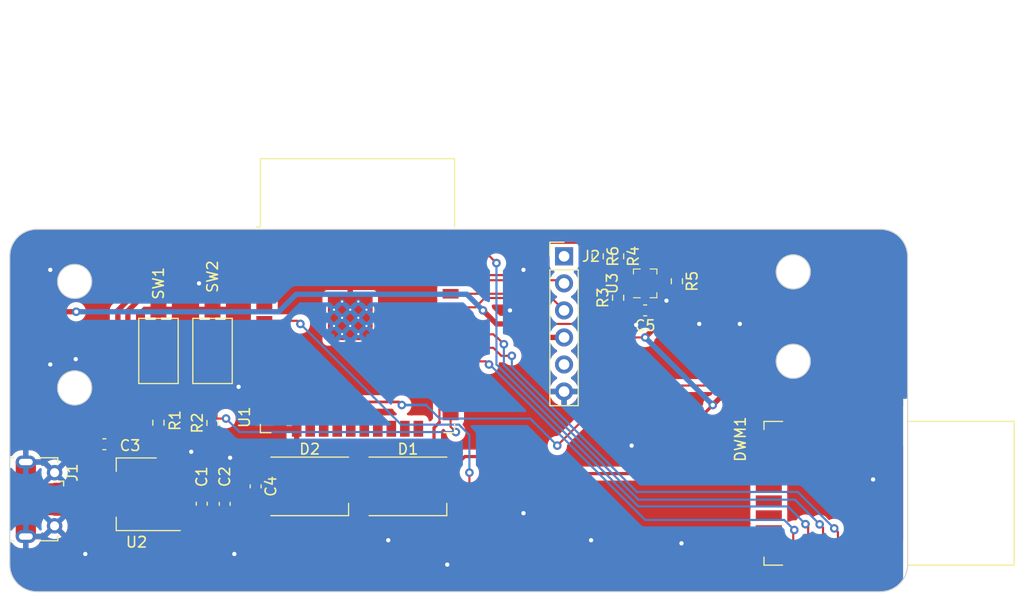
<source format=kicad_pcb>
(kicad_pcb (version 20221018) (generator pcbnew)
  (layers (0 "F.Cu" signal) (31 "B.Cu" signal) (34 "B.Paste" user) (35 "F.Paste" user) (36 "B.SilkS" user "B.Silkscreen") (37 "F.SilkS" user "F.Silkscreen") (38 "B.Mask" user) (39 "F.Mask" user) (44 "Edge.Cuts" user))
  (net 0 "")
  (net 1 "5V")
  (net 2 "Net-(D1-DOUT)")
  (net 3 "DW_RST")
  (net 4 "RST")
  (net 19 "ESP_TX")
  (net 20 "Net-(SW1-B)")
  (net 21 "Net-(SW2-A)")
  (net 22 "ESP_RX")
  (net 23 "CTS")
  (net 24 "Net-(U3-CSB)")
  (net 25 "Net-(U3-SDO)")
  (net 34 "VCC")
  (net 35 "GND")
  (net 36 "SS")
  (net 37 "MOSI")
  (net 38 "MISO")
  (net 39 "CLK")
  (net 40 "DW_IRQ")
  (net 41 "SCL")
  (net 46 "WS_IN")
  (net 49 "SDA")
  (footprint "Resistor_SMD:R_0603_1608Metric" (layer "F.Cu") (at 146.05 66.04 -90)
    (fp_text reference "R4" (at 0 -1.43 90) (layer "F.SilkS"))
    (fp_text value "10K")
    (fp_line (start -0.237258 -0.5225) (end 0.237258 -0.5225) (stroke (width 0.12)) (layer "F.SilkS"))
    (fp_line (start -0.237258 0.5225) (end 0.237258 0.5225) (stroke (width 0.12)) (layer "F.SilkS"))
    (pad "1" smd roundrect (at -0.825 0 270) (size 0.8 0.95) (layers "F.Cu" "F.Paste" "F.Mask") (net 34 "VCC"))
    (pad "2" smd roundrect (at 0.825 0 270) (size 0.8 0.95) (layers "F.Cu" "F.Paste" "F.Mask") (net 41 "SCL"))
  )
  (footprint "Capacitor_SMD:C_0603_1608Metric" (layer "F.Cu") (at 106.934 89.281 -90)
    (fp_text reference "C1" (at -2.54 0 90) (layer "F.SilkS"))
    (fp_text value "C")
    (fp_line (start -0.14058 -0.51) (end 0.14058 -0.51) (stroke (width 0.12)) (layer "F.SilkS"))
    (fp_line (start -0.14058 0.51) (end 0.14058 0.51) (stroke (width 0.12)) (layer "F.SilkS"))
    (pad "1" smd roundrect (at -0.775 0 270) (size 0.9 0.95) (layers "F.Cu" "F.Paste" "F.Mask") (net 34 "VCC"))
    (pad "2" smd roundrect (at 0.775 0 270) (size 0.9 0.95) (layers "F.Cu" "F.Paste" "F.Mask") (net 35 "GND"))
  )
  (footprint "Resistor_SMD:R_0603_1608Metric" (layer "F.Cu") (at 151.570709 68.381752 -90)
    (fp_text reference "R5" (at 0 -1.43 90) (layer "F.SilkS"))
    (fp_text value "10K")
    (fp_line (start -0.237258 -0.5225) (end 0.237258 -0.5225) (stroke (width 0.12)) (layer "F.SilkS"))
    (fp_line (start -0.237258 0.5225) (end 0.237258 0.5225) (stroke (width 0.12)) (layer "F.SilkS"))
    (pad "1" smd roundrect (at -0.825 0 270) (size 0.8 0.95) (layers "F.Cu" "F.Paste" "F.Mask") (net 25 "Net-(U3-SDO)"))
    (pad "2" smd roundrect (at 0.825 0 270) (size 0.8 0.95) (layers "F.Cu" "F.Paste" "F.Mask") (net 35 "GND"))
  )
  (footprint "Package_TO_SOT_SMD:SOT-223-3_TabPin2" (layer "F.Cu") (at 100.813 88.392 180)
    (fp_text reference "U2" (at 0 -4.5) (layer "F.SilkS"))
    (fp_text value "LM317_SOT-223")
    (fp_line (start -4.1 -3.41) (end 1.91 -3.41) (stroke (width 0.12)) (layer "F.SilkS"))
    (fp_line (start -1.85 3.41) (end 1.91 3.41) (stroke (width 0.12)) (layer "F.SilkS"))
    (fp_line (start 1.91 -3.41) (end 1.91 -2.15) (stroke (width 0.12)) (layer "F.SilkS"))
    (fp_line (start 1.91 3.41) (end 1.91 2.15) (stroke (width 0.12)) (layer "F.SilkS"))
    (pad "1" smd rect (at -3.15 -2.3 180) (size 2 1.5) (layers "F.Cu" "F.Paste" "F.Mask") (net 35 "GND"))
    (pad "2" smd rect (at -3.15 0 180) (size 2 1.5) (layers "F.Cu" "F.Paste" "F.Mask") (net 34 "VCC"))
    (pad "2" smd rect (at 3.15 0 180) (size 2 3.8) (layers "F.Cu" "F.Paste" "F.Mask") (net 34 "VCC"))
    (pad "3" smd rect (at -3.15 2.3 180) (size 2 1.5) (layers "F.Cu" "F.Paste" "F.Mask") (net 1 "5V"))
  )
  (footprint "Button_Switch_SMD:SW_SPST_CK_RS282G05A3" (layer "F.Cu") (at 107.95 74.93 90)
    (fp_text reference "SW2" (at 6.985 0 90) (layer "F.SilkS"))
    (fp_text value "SW_Push_Open" hide)
    (fp_line (start -3.06 -1.85) (end 3.06 -1.85) (stroke (width 0.12)) (layer "F.SilkS"))
    (fp_line (start -3.06 1.85) (end -3.06 -1.85) (stroke (width 0.12)) (layer "F.SilkS"))
    (fp_line (start 3.06 -1.85) (end 3.06 1.85) (stroke (width 0.12)) (layer "F.SilkS"))
    (fp_line (start 3.06 1.85) (end -3.06 1.85) (stroke (width 0.12)) (layer "F.SilkS"))
    (pad "1" smd rect (at -3.9 0 90) (size 1.5 1.5) (layers "F.Cu" "F.Paste" "F.Mask") (net 21 "Net-(SW2-A)"))
    (pad "2" smd rect (at 3.9 0 90) (size 1.5 1.5) (layers "F.Cu" "F.Paste" "F.Mask") (net 35 "GND"))
  )
  (footprint "LED_SMD:LED_WS2812B_PLCC4_5.0x5.0mm_P3.2mm" (layer "F.Cu") (at 117.08 87.65)
    (fp_text reference "D2" (at 0 -3.5) (layer "F.SilkS"))
    (fp_text value "WS2812B" hide)
    (fp_line (start -3.65 -2.75) (end 3.65 -2.75) (stroke (width 0.12)) (layer "F.SilkS"))
    (fp_line (start -3.65 2.75) (end 3.65 2.75) (stroke (width 0.12)) (layer "F.SilkS"))
    (fp_line (start 3.65 2.75) (end 3.65 1.6) (stroke (width 0.12)) (layer "F.SilkS"))
    (pad "1" smd rect (at -2.45 -1.65) (size 1.5 0.9) (layers "F.Cu" "F.Paste" "F.Mask") (net 34 "VCC"))
    (pad "2" smd rect (at -2.45 1.65) (size 1.5 0.9) (layers "F.Cu" "F.Paste" "F.Mask"))
    (pad "3" smd rect (at 2.45 1.65) (size 1.5 0.9) (layers "F.Cu" "F.Paste" "F.Mask") (net 35 "GND"))
    (pad "4" smd rect (at 2.45 -1.65) (size 1.5 0.9) (layers "F.Cu" "F.Paste" "F.Mask") (net 2 "Net-(D1-DOUT)"))
  )
  (footprint "Resistor_SMD:R_0603_1608Metric" (layer "F.Cu") (at 144.129646 66.04 -90)
    (fp_text reference "R6" (at 0 -1.43 90) (layer "F.SilkS"))
    (fp_text value "10K")
    (fp_line (start -0.237258 -0.5225) (end 0.237258 -0.5225) (stroke (width 0.12)) (layer "F.SilkS"))
    (fp_line (start -0.237258 0.5225) (end 0.237258 0.5225) (stroke (width 0.12)) (layer "F.SilkS"))
    (pad "1" smd roundrect (at -0.825 0 270) (size 0.8 0.95) (layers "F.Cu" "F.Paste" "F.Mask") (net 34 "VCC"))
    (pad "2" smd roundrect (at 0.825 0 270) (size 0.8 0.95) (layers "F.Cu" "F.Paste" "F.Mask") (net 49 "SDA"))
  )
  (footprint "Connector_USB:USB_Micro-B_Molex-105017-0001" (layer "F.Cu") (at 91.651119 88.86035 -90)
    (fp_text reference "J1" (at -2.50035 -3.1125 90) (layer "F.SilkS"))
    (fp_text value "USB_B_Micro" hide)
    (fp_line (start -3.9 -1.7625) (end -3.45 -1.7625) (stroke (width 0.12)) (layer "F.SilkS"))
    (fp_line (start -3.9 0.0875) (end -3.9 -1.7625) (stroke (width 0.12)) (layer "F.SilkS"))
    (fp_line (start -3.9 2.6375) (end -3.9 2.3875) (stroke (width 0.12)) (layer "F.SilkS"))
    (fp_line (start -1.7 -2.3125) (end -1.7 -1.8625) (stroke (width 0.12)) (layer "F.SilkS"))
    (fp_line (start -1.7 -2.3125) (end -1.25 -2.3125) (stroke (width 0.12)) (layer "F.SilkS"))
    (fp_line (start 3.9 -1.7625) (end 3.45 -1.7625) (stroke (width 0.12)) (layer "F.SilkS"))
    (fp_line (start 3.9 0.0875) (end 3.9 -1.7625) (stroke (width 0.12)) (layer "F.SilkS"))
    (fp_line (start 3.9 2.6375) (end 3.9 2.3875) (stroke (width 0.12)) (layer "F.SilkS"))
    (pad "1" smd rect (at -1.3 -1.4625 270) (size 0.4 1.35) (layers "F.Cu" "F.Paste" "F.Mask") (net 1 "5V"))
    (pad "2" smd rect (at -0.65 -1.4625 270) (size 0.4 1.35) (layers "F.Cu" "F.Paste" "F.Mask"))
    (pad "3" smd rect (at 0 -1.4625 270) (size 0.4 1.35) (layers "F.Cu" "F.Paste" "F.Mask"))
    (pad "4" smd rect (at 0.65 -1.4625 270) (size 0.4 1.35) (layers "F.Cu" "F.Paste" "F.Mask"))
    (pad "5" smd rect (at 1.3 -1.4625 270) (size 0.4 1.35) (layers "F.Cu" "F.Paste" "F.Mask") (net 35 "GND"))
    (pad "6" thru_hole oval (at -3.5 1.2375 90) (size 1.2 1.9) (drill oval 0.6 1.3) (layers "*.Cu" "*.Mask") (net 35 "GND"))
    (pad "6" smd rect (at -2.9 1.2375 270) (size 1.2 1.9) (layers "F.Cu" "F.Mask") (net 35 "GND"))
    (pad "6" thru_hole circle (at -2.5 -1.4625 270) (size 1.45 1.45) (drill 0.85) (layers "*.Cu" "*.Mask") (net 35 "GND"))
    (pad "6" smd rect (at -1 1.2375 270) (size 1.5 1.9) (layers "F.Cu" "F.Paste" "F.Mask") (net 35 "GND"))
    (pad "6" smd rect (at 1 1.2375 270) (size 1.5 1.9) (layers "F.Cu" "F.Paste" "F.Mask") (net 35 "GND"))
    (pad "6" thru_hole circle (at 2.5 -1.4625 270) (size 1.45 1.45) (drill 0.85) (layers "*.Cu" "*.Mask") (net 35 "GND"))
    (pad "6" smd rect (at 2.9 1.2375 270) (size 1.2 1.9) (layers "F.Cu" "F.Mask") (net 35 "GND"))
    (pad "6" thru_hole oval (at 3.5 1.2375 270) (size 1.2 1.9) (drill oval 0.6 1.3) (layers "*.Cu" "*.Mask") (net 35 "GND"))
  )
  (footprint "Package_LGA:Bosch_LGA-8_2x2.5mm_P0.65mm_ClockwisePinNumbering" (layer "F.Cu") (at 148.59 68.58 90)
    (fp_text reference "U3" (at 0 -3.1 90) (layer "F.SilkS"))
    (fp_text value "BMP280")
    (fp_line (start -1.35 -0.46) (end -1.35 -1.1) (stroke (width 0.1)) (layer "F.SilkS"))
    (fp_line (start -1.35 1.1) (end -1.35 0.46) (stroke (width 0.1)) (layer "F.SilkS"))
    (fp_line (start -1.35 1.1) (end -0.87 1.1) (stroke (width 0.1)) (layer "F.SilkS"))
    (fp_line (start 0.87 -1.1) (end 1.35 -1.1) (stroke (width 0.1)) (layer "F.SilkS"))
    (fp_line (start 0.87 1.1) (end 1.35 1.1) (stroke (width 0.1)) (layer "F.SilkS"))
    (fp_line (start 1.35 -0.46) (end 1.35 -1.1) (stroke (width 0.1)) (layer "F.SilkS"))
    (fp_line (start 1.35 1.1) (end 1.35 0.46) (stroke (width 0.1)) (layer "F.SilkS"))
    (pad "1" smd rect (at -0.975 -0.8 180) (size 0.5 0.35) (layers "F.Cu" "F.Paste" "F.Mask") (net 35 "GND"))
    (pad "2" smd rect (at -0.325 -0.8 180) (size 0.5 0.35) (layers "F.Cu" "F.Paste" "F.Mask") (net 24 "Net-(U3-CSB)"))
    (pad "3" smd rect (at 0.325 -0.8 180) (size 0.5 0.35) (layers "F.Cu" "F.Paste" "F.Mask") (net 49 "SDA"))
    (pad "4" smd rect (at 0.975 -0.8 180) (size 0.5 0.35) (layers "F.Cu" "F.Paste" "F.Mask") (net 41 "SCL"))
    (pad "5" smd rect (at 0.975 0.8 180) (size 0.5 0.35) (layers "F.Cu" "F.Paste" "F.Mask") (net 25 "Net-(U3-SDO)"))
    (pad "6" smd rect (at 0.325 0.8 180) (size 0.5 0.35) (layers "F.Cu" "F.Paste" "F.Mask") (net 34 "VCC"))
    (pad "7" smd rect (at -0.325 0.8 180) (size 0.5 0.35) (layers "F.Cu" "F.Paste" "F.Mask") (net 35 "GND"))
    (pad "8" smd rect (at -0.975 0.8 180) (size 0.5 0.35) (layers "F.Cu" "F.Paste" "F.Mask") (net 34 "VCC"))
  )
  (footprint "Resistor_SMD:R_0603_1608Metric" (layer "F.Cu") (at 102.866178 81.672872 90)
    (fp_text reference "R1" (at 0.21394 1.561367 90) (layer "F.SilkS"))
    (fp_text value "10K" hide)
    (fp_line (start -0.237258 -0.5225) (end 0.237258 -0.5225) (stroke (width 0.12)) (layer "F.SilkS"))
    (fp_line (start -0.237258 0.5225) (end 0.237258 0.5225) (stroke (width 0.12)) (layer "F.SilkS"))
    (pad "1" smd roundrect (at -0.825 0 90) (size 0.8 0.95) (layers "F.Cu" "F.Paste" "F.Mask") (net 34 "VCC"))
    (pad "2" smd roundrect (at 0.825 0 90) (size 0.8 0.95) (layers "F.Cu" "F.Paste" "F.Mask") (net 20 "Net-(SW1-B)"))
  )
  (footprint "RF_Module:ESP32-WROOM-32" (layer "F.Cu") (at 121.564435 72.727607)
    (fp_text reference "U1" (at -10.61 8.43 90) (layer "F.SilkS"))
    (fp_text value "ESP32-WROOM-32" hide)
    (fp_line (start -9.12 -15.86) (end -9.12 -9.445) (stroke (width 0.12)) (layer "F.SilkS"))
    (fp_line (start -9.12 -15.86) (end 9.12 -15.86) (stroke (width 0.12)) (layer "F.SilkS"))
    (fp_line (start -9.12 -9.445) (end -9.5 -9.445) (stroke (width 0.12)) (layer "F.SilkS"))
    (fp_line (start -9.12 9.1) (end -9.12 9.88) (stroke (width 0.12)) (layer "F.SilkS"))
    (fp_line (start -9.12 9.88) (end -8.12 9.88) (stroke (width 0.12)) (layer "F.SilkS"))
    (fp_line (start 9.12 -15.86) (end 9.12 -9.445) (stroke (width 0.12)) (layer "F.SilkS"))
    (fp_line (start 9.12 9.1) (end 9.12 9.88) (stroke (width 0.12)) (layer "F.SilkS"))
    (fp_line (start 9.12 9.88) (end 8.12 9.88) (stroke (width 0.12)) (layer "F.SilkS"))
    (pad "1" smd rect (at -8.75 -8.25) (size 1.5 0.9) (layers "F.Cu" "F.Paste" "F.Mask") (net 35 "GND"))
    (pad "2" smd rect (at -8.75 -6.98) (size 1.5 0.9) (layers "F.Cu" "F.Paste" "F.Mask") (net 34 "VCC"))
    (pad "3" smd rect (at -8.75 -5.71) (size 1.5 0.9) (layers "F.Cu" "F.Paste" "F.Mask") (net 20 "Net-(SW1-B)"))
    (pad "4" smd rect (at -8.75 -4.44) (size 1.5 0.9) (layers "F.Cu" "F.Paste" "F.Mask"))
    (pad "5" smd rect (at -8.75 -3.17) (size 1.5 0.9) (layers "F.Cu" "F.Paste" "F.Mask"))
    (pad "6" smd rect (at -8.75 -1.9) (size 1.5 0.9) (layers "F.Cu" "F.Paste" "F.Mask"))
    (pad "7" smd rect (at -8.75 -0.63) (size 1.5 0.9) (layers "F.Cu" "F.Paste" "F.Mask") (net 40 "DW_IRQ"))
    (pad "8" smd rect (at -8.75 0.64) (size 1.5 0.9) (layers "F.Cu" "F.Paste" "F.Mask"))
    (pad "9" smd rect (at -8.75 1.91) (size 1.5 0.9) (layers "F.Cu" "F.Paste" "F.Mask"))
    (pad "10" smd rect (at -8.75 3.18) (size 1.5 0.9) (layers "F.Cu" "F.Paste" "F.Mask"))
    (pad "11" smd rect (at -8.75 4.45) (size 1.5 0.9) (layers "F.Cu" "F.Paste" "F.Mask"))
    (pad "12" smd rect (at -8.75 5.72) (size 1.5 0.9) (layers "F.Cu" "F.Paste" "F.Mask"))
    (pad "13" smd rect (at -8.75 6.99) (size 1.5 0.9) (layers "F.Cu" "F.Paste" "F.Mask") (net 3 "DW_RST"))
    (pad "14" smd rect (at -8.75 8.26) (size 1.5 0.9) (layers "F.Cu" "F.Paste" "F.Mask"))
    (pad "15" smd rect (at -5.71 9.51 90) (size 1.5 0.9) (layers "F.Cu" "F.Paste" "F.Mask") (net 35 "GND"))
    (pad "16" smd rect (at -4.44 9.51 90) (size 1.5 0.9) (layers "F.Cu" "F.Paste" "F.Mask"))
    (pad "17" smd rect (at -3.17 9.51 90) (size 1.5 0.9) (layers "F.Cu" "F.Paste" "F.Mask"))
    (pad "18" smd rect (at -1.9 9.51 90) (size 1.5 0.9) (layers "F.Cu" "F.Paste" "F.Mask"))
    (pad "19" smd rect (at -0.63 9.51 90) (size 1.5 0.9) (layers "F.Cu" "F.Paste" "F.Mask"))
    (pad "20" smd rect (at 0.64 9.51 90) (size 1.5 0.9) (layers "F.Cu" "F.Paste" "F.Mask"))
    (pad "21" smd rect (at 1.91 9.51 90) (size 1.5 0.9) (layers "F.Cu" "F.Paste" "F.Mask"))
    (pad "22" smd rect (at 3.18 9.51 90) (size 1.5 0.9) (layers "F.Cu" "F.Paste" "F.Mask"))
    (pad "23" smd rect (at 4.45 9.51 90) (size 1.5 0.9) (layers "F.Cu" "F.Paste" "F.Mask"))
    (pad "24" smd rect (at 5.72 9.51 90) (size 1.5 0.9) (layers "F.Cu" "F.Paste" "F.Mask"))
    (pad "25" smd rect (at 8.75 8.26) (size 1.5 0.9) (layers "F.Cu" "F.Paste" "F.Mask") (net 21 "Net-(SW2-A)"))
    (pad "26" smd rect (at 8.75 6.99) (size 1.5 0.9) (layers "F.Cu" "F.Paste" "F.Mask"))
    (pad "27" smd rect (at 8.75 5.72) (size 1.5 0.9) (layers "F.Cu" "F.Paste" "F.Mask"))
    (pad "28" smd rect (at 8.75 4.45) (size 1.5 0.9) (layers "F.Cu" "F.Paste" "F.Mask") (net 46 "WS_IN"))
    (pad "29" smd rect (at 8.75 3.18) (size 1.5 0.9) (layers "F.Cu" "F.Paste" "F.Mask") (net 36 "SS"))
    (pad "30" smd rect (at 8.75 1.91) (size 1.5 0.9) (layers "F.Cu" "F.Paste" "F.Mask") (net 39 "CLK"))
    (pad "31" smd rect (at 8.75 0.64) (size 1.5 0.9) (layers "F.Cu" "F.Paste" "F.Mask") (net 38 "MISO"))
    (pad "32" smd rect (at 8.75 -0.63) (size 1.5 0.9) (layers "F.Cu" "F.Paste" "F.Mask"))
    (pad "33" smd rect (at 8.75 -1.9) (size 1.5 0.9) (layers "F.Cu" "F.Paste" "F.Mask") (net 49 "SDA"))
    (pad "34" smd rect (at 8.75 -3.17) (size 1.5 0.9) (layers "F.Cu" "F.Paste" "F.Mask") (net 22 "ESP_RX"))
    (pad "35" smd rect (at 8.75 -4.44) (size 1.5 0.9) (layers "F.Cu" "F.Paste" "F.Mask") (net 19 "ESP_TX"))
    (pad "36" smd rect (at 8.75 -5.71) (size 1.5 0.9) (layers "F.Cu" "F.Paste" "F.Mask") (net 41 "SCL"))
    (pad "37" smd rect (at 8.75 -6.98) (size 1.5 0.9) (layers "F.Cu" "F.Paste" "F.Mask") (net 37 "MOSI"))
    (pad "38" smd rect (at 8.75 -8.25) (size 1.5 0.9) (layers "F.Cu" "F.Paste" "F.Mask") (net 35 "GND"))
    (pad "39" smd rect (at -2.205 -2.435) (size 1.05 1.05) (layers "F.Cu" "F.Paste") (net 35 "GND"))
    (pad "39" thru_hole circle (at -2.205 -1.6725) (size 0.475 0.475) (drill 0.2) (property pad_prop_heatsink) (layers "*.Cu" "F.Mask") (net 35 "GND"))
    (pad "39" smd rect (at -2.205 -0.91) (size 1.05 1.05) (layers "F.Cu" "F.Paste") (net 35 "GND"))
    (pad "39" thru_hole circle (at -2.205 -0.1475) (size 0.475 0.475) (drill 0.2) (property pad_prop_heatsink) (layers "*.Cu" "F.Mask") (net 35 "GND"))
    (pad "39" smd rect (at -2.205 0.615) (size 1.05 1.05) (layers "F.Cu" "F.Paste") (net 35 "GND"))
    (pad "39" thru_hole circle (at -1.4425 -2.435) (size 0.475 0.475) (drill 0.2) (property pad_prop_heatsink) (layers "*.Cu" "F.Mask") (net 35 "GND"))
    (pad "39" thru_hole circle (at -1.4425 -0.91) (size 0.475 0.475) (drill 0.2) (property pad_prop_heatsink) (layers "*.Cu" "F.Mask") (net 35 "GND"))
    (pad "39" thru_hole circle (at -1.4425 0.615) (size 0.475 0.475) (drill 0.2) (property pad_prop_heatsink) (layers "*.Cu" "F.Mask") (net 35 "GND"))
    (pad "39" smd rect (at -0.68 -2.435) (size 1.05 1.05) (layers "F.Cu" "F.Paste") (net 35 "GND"))
    (pad "39" thru_hole circle (at -0.68 -1.6725) (size 0.475 0.475) (drill 0.2) (property pad_prop_heatsink) (layers "*.Cu" "F.Mask") (net 35 "GND"))
    (pad "39" smd rect (at -0.68 -0.91) (size 1.05 1.05) (layers "F.Cu" "F.Paste") (net 35 "GND"))
    (pad "39" smd rect (at -0.68 -0.91) (size 4.2 4.2) (layers "F.Cu" "F.Mask") (net 35 "GND"))
    (pad "39" thru_hole circle (at -0.68 -0.1475) (size 0.475 0.475) (drill 0.2) (property pad_prop_heatsink) (layers "*.Cu" "F.Mask") (net 35 "GND"))
    (pad "39" smd rect (at -0.68 0.615) (size 1.05 1.05) (layers "F.Cu" "F.Paste") (net 35 "GND"))
    (pad "39" thru_hole circle (at 0.0825 -2.435) (size 0.475 0.475) (drill 0.2) (property pad_prop_heatsink) (layers "*.Cu" "F.Mask") (net 35 "GND"))
    (pad "39" thru_hole circle (at 0.0825 -0.91) (size 0.475 0.475) (drill 0.2) (property pad_prop_heatsink) (layers "*.Cu" "F.Mask") (net 35 "GND"))
    (pad "39" thru_hole circle (at 0.0825 0.615) (size 0.475 0.475) (drill 0.2) (property pad_prop_heatsink) (layers "*.Cu" "F.Mask") (net 35 "GND"))
    (pad "39" smd rect (at 0.845 -2.435) (size 1.05 1.05) (layers "F.Cu" "F.Paste") (net 35 "GND"))
    (pad "39" thru_hole circle (at 0.845 -1.6725) (size 0.475 0.475) (drill 0.2) (property pad_prop_heatsink) (layers "*.Cu" "F.Mask") (net 35 "GND"))
    (pad "39" smd rect (at 0.845 -0.91) (size 1.05 1.05) (layers "F.Cu" "F.Paste") (net 35 "GND"))
    (pad "39" thru_hole circle (at 0.845 -0.1475) (size 0.475 0.475) (drill 0.2) (property pad_prop_heatsink) (layers "*.Cu" "F.Mask") (net 35 "GND"))
    (pad "39" smd rect (at 0.845 0.615) (size 1.05 1.05) (layers "F.Cu" "F.Paste") (net 35 "GND"))
    (zone (net 0) (net_name "") (layers "F.Cu" "In1.Cu" "B.Cu") (connect_pads (clearance 0)) (min_thickness 0.254)
      (keepout (tracks not_allowed) (vias not_allowed) (pads not_allowed) (copperpour not_allowed) (footprints not_allowed))
      (fill (thermal_gap 0.508) (thermal_bridge_width 0.508))
      (polygon (pts (xy 97.564435 62.927607) (xy 145.564435 62.927607) (xy 145.564435 41.987607) (xy 97.564435 41.987607)))
    )
  )
  (footprint "Capacitor_SMD:C_0603_1608Metric" (layer "F.Cu") (at 97.79 83.693)
    (fp_text reference "C3" (at 2.413 0.127) (layer "F.SilkS"))
    (fp_text value "C")
    (fp_line (start -0.14058 -0.51) (end 0.14058 -0.51) (stroke (width 0.12)) (layer "F.SilkS"))
    (fp_line (start -0.14058 0.51) (end 0.14058 0.51) (stroke (width 0.12)) (layer "F.SilkS"))
    (pad "1" smd roundrect (at -0.775 0) (size 0.9 0.95) (layers "F.Cu" "F.Paste" "F.Mask") (net 1 "5V"))
    (pad "2" smd roundrect (at 0.775 0) (size 0.9 0.95) (layers "F.Cu" "F.Paste" "F.Mask") (net 35 "GND"))
  )
  (footprint "LED_SMD:LED_WS2812B_PLCC4_5.0x5.0mm_P3.2mm" (layer "F.Cu") (at 126.305 87.65)
    (fp_text reference "D1" (at 0 -3.5) (layer "F.SilkS"))
    (fp_text value "WS2812B" hide)
    (fp_line (start -3.65 -2.75) (end 3.65 -2.75) (stroke (width 0.12)) (layer "F.SilkS"))
    (fp_line (start -3.65 2.75) (end 3.65 2.75) (stroke (width 0.12)) (layer "F.SilkS"))
    (fp_line (start 3.65 2.75) (end 3.65 1.6) (stroke (width 0.12)) (layer "F.SilkS"))
    (pad "1" smd rect (at -2.45 -1.65) (size 1.5 0.9) (layers "F.Cu" "F.Paste" "F.Mask") (net 34 "VCC"))
    (pad "2" smd rect (at -2.45 1.65) (size 1.5 0.9) (layers "F.Cu" "F.Paste" "F.Mask") (net 2 "Net-(D1-DOUT)"))
    (pad "3" smd rect (at 2.45 1.65) (size 1.5 0.9) (layers "F.Cu" "F.Paste" "F.Mask") (net 35 "GND"))
    (pad "4" smd rect (at 2.45 -1.65) (size 1.5 0.9) (layers "F.Cu" "F.Paste" "F.Mask") (net 46 "WS_IN"))
  )
  (footprint "Capacitor_SMD:C_0603_1608Metric" (layer "F.Cu") (at 148.59 71.12 180)
    (fp_text reference "C5" (at 0 -1.43) (layer "F.SilkS"))
    (fp_text value "C")
    (fp_line (start -0.14058 -0.51) (end 0.14058 -0.51) (stroke (width 0.12)) (layer "F.SilkS"))
    (fp_line (start -0.14058 0.51) (end 0.14058 0.51) (stroke (width 0.12)) (layer "F.SilkS"))
    (pad "1" smd roundrect (at -0.775 0 180) (size 0.9 0.95) (layers "F.Cu" "F.Paste" "F.Mask") (net 34 "VCC"))
    (pad "2" smd roundrect (at 0.775 0 180) (size 0.9 0.95) (layers "F.Cu" "F.Paste" "F.Mask") (net 35 "GND"))
  )
  (footprint "RF_Module:DWM1000" (layer "F.Cu") (at 171.5 88.3 -90)
    (fp_text reference "DWM1" (at -5.08 13.97 90) (layer "F.SilkS"))
    (fp_text value "DWM1000" hide)
    (fp_line (start -6.75 -11.75) (end -6.75 -1.75) (stroke (width 0.12)) (layer "F.SilkS"))
    (fp_line (start -6.75 -11.75) (end 6.75 -11.75) (stroke (width 0.12)) (layer "F.SilkS"))
    (fp_line (start -6.75 11.75) (end -6.75 10) (stroke (width 0.12)) (layer "F.SilkS"))
    (fp_line (start -6 11.75) (end -6.75 11.75) (stroke (width 0.12)) (layer "F.SilkS"))
    (fp_line (start 6 11.75) (end 6.75 11.75) (stroke (width 0.12)) (layer "F.SilkS"))
    (fp_line (start 6.75 -11.75) (end 6.75 -1.75) (stroke (width 0.12)) (layer "F.SilkS"))
    (fp_line (start 6.75 11.75) (end 6.75 10) (stroke (width 0.12)) (layer "F.SilkS"))
    (pad "1" smd rect (at -6.3 -0.7988) (size 1 2.45) (layers "F.Cu" "F.Paste" "F.Mask"))
    (pad "2" smd rect (at -6.3 0.6012) (size 1 2.45) (layers "F.Cu" "F.Paste" "F.Mask"))
    (pad "3" smd rect (at -6.3 2.0012) (size 1 2.45) (layers "F.Cu" "F.Paste" "F.Mask") (net 3 "DW_RST"))
    (pad "4" smd rect (at -6.3 3.4012) (size 1 2.45) (layers "F.Cu" "F.Paste" "F.Mask"))
    (pad "5" smd rect (at -6.3 4.8012) (size 1 2.45) (layers "F.Cu" "F.Paste" "F.Mask") (net 34 "VCC"))
    (pad "6" smd rect (at -6.3 6.2012) (size 1 2.45) (layers "F.Cu" "F.Paste" "F.Mask") (net 34 "VCC"))
    (pad "7" smd rect (at -6.3 7.6012) (size 1 2.45) (layers "F.Cu" "F.Paste" "F.Mask") (net 34 "VCC"))
    (pad "8" smd rect (at -6.3 9.0012) (size 1 2.45) (layers "F.Cu" "F.Paste" "F.Mask") (net 35 "GND"))
    (pad "9" smd rect (at -4.9 11.2962 270) (size 1 2.45) (layers "F.Cu" "F.Paste" "F.Mask"))
    (pad "10" smd rect (at -3.5 11.2962 270) (size 1 2.45) (layers "F.Cu" "F.Paste" "F.Mask"))
    (pad "11" smd rect (at -2.1 11.2962 270) (size 1 2.45) (layers "F.Cu" "F.Paste" "F.Mask"))
    (pad "12" smd rect (at -0.7 11.2962 270) (size 1 2.45) (layers "F.Cu" "F.Paste" "F.Mask"))
    (pad "13" smd rect (at 0.7 11.2962 270) (size 1 2.45) (layers "F.Cu" "F.Paste" "F.Mask"))
    (pad "14" smd rect (at 2.1 11.2962 270) (size 1 2.45) (layers "F.Cu" "F.Paste" "F.Mask"))
    (pad "15" smd rect (at 3.5 11.2962 270) (size 1 2.45) (layers "F.Cu" "F.Paste" "F.Mask"))
    (pad "16" smd rect (at 4.9 11.2962 270) (size 1 2.45) (layers "F.Cu" "F.Paste" "F.Mask") (net 35 "GND"))
    (pad "17" smd rect (at 6.3 9) (size 1 2.45) (layers "F.Cu" "F.Paste" "F.Mask") (net 36 "SS"))
    (pad "18" smd rect (at 6.3 7.6) (size 1 2.45) (layers "F.Cu" "F.Paste" "F.Mask") (net 37 "MOSI"))
    (pad "19" smd rect (at 6.3 6.2012) (size 1 2.45) (layers "F.Cu" "F.Paste" "F.Mask") (net 38 "MISO"))
    (pad "20" smd rect (at 6.3 4.8012) (size 1 2.45) (layers "F.Cu" "F.Paste" "F.Mask") (net 39 "CLK"))
    (pad "21" smd rect (at 6.3 3.4012) (size 1 2.45) (layers "F.Cu" "F.Paste" "F.Mask") (net 35 "GND"))
    (pad "22" smd rect (at 6.3 2.0012) (size 1 2.45) (layers "F.Cu" "F.Paste" "F.Mask") (net 40 "DW_IRQ"))
    (pad "23" smd rect (at 6.3 0.6012) (size 1 2.45) (layers "F.Cu" "F.Paste" "F.Mask") (net 35 "GND"))
    (pad "24" smd rect (at 6.3 -0.7988) (size 1 2.45) (layers "F.Cu" "F.Paste" "F.Mask") (net 35 "GND"))
    (zone (net 0) (net_name "") (layers "*.Cu") (connect_pads (clearance 0)) (min_thickness 0.254)
      (keepout (tracks not_allowed) (vias not_allowed) (pads not_allowed) (copperpour not_allowed) (footprints not_allowed))
      (fill (thermal_gap 0.508) (thermal_bridge_width 0.508))
      (polygon (pts (xy 172.82 79.41) (xy 172.82 97.19) (xy 184.2 97.19) (xy 184.2 79.41)))
    )
  )
  (footprint "Capacitor_SMD:C_0603_1608Metric" (layer "F.Cu") (at 112 87.65 -90)
    (fp_text reference "C4" (at 0 -1.43 90) (layer "F.SilkS"))
    (fp_text value "C" hide)
    (fp_line (start -0.14058 -0.51) (end 0.14058 -0.51) (stroke (width 0.12)) (layer "F.SilkS"))
    (fp_line (start -0.14058 0.51) (end 0.14058 0.51) (stroke (width 0.12)) (layer "F.SilkS"))
    (pad "1" smd roundrect (at -0.775 0 270) (size 0.9 0.95) (layers "F.Cu" "F.Paste" "F.Mask") (net 34 "VCC"))
    (pad "2" smd roundrect (at 0.775 0 270) (size 0.9 0.95) (layers "F.Cu" "F.Paste" "F.Mask") (net 35 "GND"))
  )
  (footprint "Resistor_SMD:R_0603_1608Metric" (layer "F.Cu") (at 146.05 69.93 90)
    (fp_text reference "R3" (at 0 -1.43 90) (layer "F.SilkS"))
    (fp_text value "10K")
    (fp_line (start -0.237258 -0.5225) (end 0.237258 -0.5225) (stroke (width 0.12)) (layer "F.SilkS"))
    (fp_line (start -0.237258 0.5225) (end 0.237258 0.5225) (stroke (width 0.12)) (layer "F.SilkS"))
    (pad "1" smd roundrect (at -0.825 0 90) (size 0.8 0.95) (layers "F.Cu" "F.Paste" "F.Mask") (net 34 "VCC"))
    (pad "2" smd roundrect (at 0.825 0 90) (size 0.8 0.95) (layers "F.Cu" "F.Paste" "F.Mask") (net 24 "Net-(U3-CSB)"))
  )
  (footprint "Resistor_SMD:R_0603_1608Metric" (layer "F.Cu") (at 107.95 81.7 90)
    (fp_text reference "R2" (at 0 -1.43 90) (layer "F.SilkS"))
    (fp_text value "10K" hide)
    (fp_line (start -0.237258 -0.5225) (end 0.237258 -0.5225) (stroke (width 0.12)) (layer "F.SilkS"))
    (fp_line (start -0.237258 0.5225) (end 0.237258 0.5225) (stroke (width 0.12)) (layer "F.SilkS"))
    (pad "1" smd roundrect (at -0.825 0 90) (size 0.8 0.95) (layers "F.Cu" "F.Paste" "F.Mask") (net 34 "VCC"))
    (pad "2" smd roundrect (at 0.825 0 90) (size 0.8 0.95) (layers "F.Cu" "F.Paste" "F.Mask") (net 21 "Net-(SW2-A)"))
  )
  (footprint "Capacitor_SMD:C_0603_1608Metric" (layer "F.Cu") (at 109.093 89.294 -90)
    (fp_text reference "C2" (at -2.553 0 90) (layer "F.SilkS"))
    (fp_text value "C")
    (fp_line (start -0.14058 -0.51) (end 0.14058 -0.51) (stroke (width 0.12)) (layer "F.SilkS"))
    (fp_line (start -0.14058 0.51) (end 0.14058 0.51) (stroke (width 0.12)) (layer "F.SilkS"))
    (pad "1" smd roundrect (at -0.775 0 270) (size 0.9 0.95) (layers "F.Cu" "F.Paste" "F.Mask") (net 34 "VCC"))
    (pad "2" smd roundrect (at 0.775 0 270) (size 0.9 0.95) (layers "F.Cu" "F.Paste" "F.Mask") (net 35 "GND"))
  )
  (footprint "Connector_PinHeader_2.54mm:PinHeader_1x06_P2.54mm_Vertical" (layer "F.Cu") (at 140.97 66.04)
    (fp_text reference "J2" (at 2.54 0) (layer "F.SilkS"))
    (fp_text value "Conn_01x06" hide)
    (fp_line (start -1.33 -1.33) (end 0 -1.33) (stroke (width 0.12)) (layer "F.SilkS"))
    (fp_line (start -1.33 0) (end -1.33 -1.33) (stroke (width 0.12)) (layer "F.SilkS"))
    (fp_line (start -1.33 1.27) (end -1.33 14.03) (stroke (width 0.12)) (layer "F.SilkS"))
    (fp_line (start -1.33 1.27) (end 1.33 1.27) (stroke (width 0.12)) (layer "F.SilkS"))
    (fp_line (start -1.33 14.03) (end 1.33 14.03) (stroke (width 0.12)) (layer "F.SilkS"))
    (fp_line (start 1.33 1.27) (end 1.33 14.03) (stroke (width 0.12)) (layer "F.SilkS"))
    (pad "1" thru_hole rect (at 0 0) (size 1.7 1.7) (drill 1) (layers "*.Cu" "*.Mask") (net 4 "RST"))
    (pad "2" thru_hole oval (at 0 2.54) (size 1.7 1.7) (drill 1) (layers "*.Cu" "*.Mask") (net 19 "ESP_TX"))
    (pad "3" thru_hole oval (at 0 5.08) (size 1.7 1.7) (drill 1) (layers "*.Cu" "*.Mask") (net 22 "ESP_RX"))
    (pad "4" thru_hole oval (at 0 7.62) (size 1.7 1.7) (drill 1) (layers "*.Cu" "*.Mask") (net 1 "5V"))
    (pad "5" thru_hole oval (at 0 10.16) (size 1.7 1.7) (drill 1) (layers "*.Cu" "*.Mask") (net 23 "CTS"))
    (pad "6" thru_hole oval (at 0 12.7) (size 1.7 1.7) (drill 1) (layers "*.Cu" "*.Mask") (net 35 "GND"))
  )
  (footprint "Button_Switch_SMD:SW_SPST_CK_RS282G05A3" (layer "F.Cu") (at 102.87 74.93 -90)
    (fp_text reference "SW1" (at -6.35 0 90) (layer "F.SilkS"))
    (fp_text value "SW_Push_Open" hide)
    (fp_line (start -3.06 -1.85) (end 3.06 -1.85) (stroke (width 0.12)) (layer "F.SilkS"))
    (fp_line (start -3.06 1.85) (end -3.06 -1.85) (stroke (width 0.12)) (layer "F.SilkS"))
    (fp_line (start 3.06 -1.85) (end 3.06 1.85) (stroke (width 0.12)) (layer "F.SilkS"))
    (fp_line (start 3.06 1.85) (end -3.06 1.85) (stroke (width 0.12)) (layer "F.SilkS"))
    (pad "1" smd rect (at -3.9 0 270) (size 1.5 1.5) (layers "F.Cu" "F.Paste" "F.Mask") (net 35 "GND"))
    (pad "2" smd rect (at 3.9 0 270) (size 1.5 1.5) (layers "F.Cu" "F.Paste" "F.Mask") (net 20 "Net-(SW1-B)"))
  )
  (gr_circle (center 162.5 75.9) (end 164.1 75.9) (stroke (width 0.1)) (fill none) (layer "Edge.Cuts"))
  (gr_arc (start 91.44 97.54) (mid 89.643949 96.796051) (end 88.9 95) (stroke (width 0.1)) (layer "Edge.Cuts"))
  (gr_line (start 91.44 97.54) (end 170.703949 97.54) (stroke (width 0.1)) (layer "Edge.Cuts"))
  (gr_arc (start 88.9 66.04) (mid 89.643949 64.243949) (end 91.44 63.5) (stroke (width 0.1)) (layer "Edge.Cuts"))
  (gr_circle (center 95 68.4) (end 96.6 68.4) (stroke (width 0.1)) (fill none) (layer "Edge.Cuts"))
  (gr_line (start 88.9 66.04) (end 88.9 95) (stroke (width 0.1)) (layer "Edge.Cuts"))
  (gr_circle (center 95 78.4) (end 96.6 78.4) (stroke (width 0.1)) (fill none) (layer "Edge.Cuts"))
  (gr_arc (start 170.703949 63.5) (mid 172.5 64.243949) (end 173.243949 66.04) (stroke (width 0.1)) (layer "Edge.Cuts"))
  (gr_arc (start 173.243949 95) (mid 172.500003 96.796069) (end 170.703949 97.54) (stroke (width 0.1)) (layer "Edge.Cuts"))
  (gr_circle (center 162.5 67.5) (end 164.1 67.5) (stroke (width 0.1)) (fill none) (layer "Edge.Cuts"))
  (gr_line (start 173.243949 95) (end 173.243949 66.04) (stroke (width 0.1)) (layer "Edge.Cuts"))
  (gr_line (start 170.703949 63.5) (end 91.44 63.5) (stroke (width 0.1)) (layer "Edge.Cuts"))
  (segment (start 94.68465 86.29035) (end 94.68465 87.56035) (width 0.5) (layer "F.Cu") (net 1))
  (segment (start 95.4532 83.312) (end 95.4875 83.312) (width 0.5) (layer "F.Cu") (net 1))
  (segment (start 95.4875 85.4875) (end 94.68465 86.29035) (width 0.5) (layer "F.Cu") (net 1))
  (segment (start 103.963 86.092) (end 99.681 86.092) (width 0.5) (layer "F.Cu") (net 1))
  (segment (start 98.92 85.598) (end 97.015 83.693) (width 0.5) (layer "F.Cu") (net 1))
  (segment (start 93.113619 87.56035) (end 94.68465 87.56035) (width 0.5) (layer "F.Cu") (net 1))
  (segment (start 99.681 86.092) (end 99.187 85.598) (width 0.5) (layer "F.Cu") (net 1))
  (segment (start 137.16 72.39) (end 134.62 72.39) (width 0.5) (layer "F.Cu") (net 1))
  (segment (start 90.8812 78.74) (end 95.4532 83.312) (width 0.5) (layer "F.Cu") (net 1))
  (segment (start 99.187 85.598) (end 98.92 85.598) (width 0.5) (layer "F.Cu") (net 1))
  (segment (start 95.1484 71.247) (end 93.3958 71.247) (width 0.5) (layer "F.Cu") (net 1))
  (segment (start 138.43 73.66) (end 137.16 72.39) (width 0.5) (layer "F.Cu") (net 1))
  (segment (start 95.8685 83.693) (end 95.4875 83.312) (width 0.5) (layer "F.Cu") (net 1))
  (segment (start 90.8812 73.7616) (end 90.8812 78.74) (width 0.5) (layer "F.Cu") (net 1))
  (segment (start 140.97 73.66) (end 138.43 73.66) (width 0.5) (layer "F.Cu") (net 1))
  (segment (start 93.3958 71.247) (end 90.8812 73.7616) (width 0.5) (layer "F.Cu") (net 1))
  (segment (start 97.015 83.693) (end 95.8685 83.693) (width 0.5) (layer "F.Cu") (net 1))
  (segment (start 134.62 72.39) (end 133.35 71.12) (width 0.5) (layer "F.Cu") (net 1))
  (segment (start 95.4875 85.4875) (end 95.4875 83.312) (width 0.5) (layer "F.Cu") (net 1))
  (via (at 133.35 71.12) (size 0.8) (drill 0.4) (layers "F.Cu" "B.Cu") (net 1))
  (via (at 95.1484 71.247) (size 0.8) (drill 0.4) (layers "F.Cu" "B.Cu") (net 1))
  (segment (start 114.173 71.247) (end 115.814893 69.605107) (width 0.5) (layer "B.Cu") (net 1))
  (segment (start 115.814893 69.605107) (end 131.835107 69.605107) (width 0.5) (layer "B.Cu") (net 1))
  (segment (start 131.835107 69.605107) (end 133.35 71.12) (width 0.5) (layer "B.Cu") (net 1))
  (segment (start 95.1484 71.247) (end 114.173 71.247) (width 0.5) (layer "B.Cu") (net 1))
  (segment (start 120.15 86) (end 119.53 86) (width 0.3) (layer "F.Cu") (net 2))
  (segment (start 123.855 89.3) (end 123.45 89.3) (width 0.3) (layer "F.Cu") (net 2))
  (segment (start 123.45 89.3) (end 120.15 86) (width 0.3) (layer "F.Cu") (net 2))
  (segment (start 140.335 83.82) (end 145.9738 78.1812) (width 0.2) (layer "F.Cu") (net 3))
  (segment (start 169.4988 80.3488) (end 169.4988 82) (width 0.2) (layer "F.Cu") (net 3))
  (segment (start 112.814435 79.717607) (end 125.437607 79.717607) (width 0.25) (layer "F.Cu") (net 3))
  (segment (start 145.9738 78.1812) (end 167.3312 78.1812) (width 0.2) (layer "F.Cu") (net 3))
  (segment (start 167.3312 78.1812) (end 169.4988 80.3488) (width 0.2) (layer "F.Cu") (net 3))
  (segment (start 125.437607 79.717607) (end 125.73 80.01) (width 0.25) (layer "F.Cu") (net 3))
  (via (at 140.335 83.82) (size 0.8) (drill 0.4) (layers "F.Cu" "B.Cu") (net 3))
  (via (at 125.73 80.01) (size 0.8) (drill 0.4) (layers "F.Cu" "B.Cu") (net 3))
  (segment (start 128 80) (end 129.28 81.28) (width 0.2) (layer "B.Cu") (net 3))
  (segment (start 127.99 80.01) (end 125.73 80.01) (width 0.25) (layer "B.Cu") (net 3))
  (segment (start 128 80) (end 127.99 80.01) (width 0.25) (layer "B.Cu") (net 3))
  (segment (start 137.795 81.28) (end 140.335 83.82) (width 0.2) (layer "B.Cu") (net 3))
  (segment (start 129.28 81.28) (end 137.795 81.28) (width 0.2) (layer "B.Cu") (net 3))
  (segment (start 140.677607 68.287607) (end 140.97 68.58) (width 0.2) (layer "F.Cu") (net 19))
  (segment (start 130.314435 68.287607) (end 140.677607 68.287607) (width 0.2) (layer "F.Cu") (net 19))
  (segment (start 102.866178 80.847872) (end 102.866178 78.833822) (width 0.5) (layer "F.Cu") (net 20))
  (segment (start 104.152343 67.017607) (end 112.814435 67.017607) (width 0.5) (layer "F.Cu") (net 20))
  (segment (start 102.87 78.83) (end 101.33 78.83) (width 0.5) (layer "F.Cu") (net 20))
  (segment (start 100 71.16995) (end 104.152343 67.017607) (width 0.5) (layer "F.Cu") (net 20))
  (segment (start 101.33 78.83) (end 100 77.5) (width 0.5) (layer "F.Cu") (net 20))
  (segment (start 102.866178 78.833822) (end 102.87 78.83) (width 0.5) (layer "F.Cu") (net 20))
  (segment (start 100 77.5) (end 100 71.16995) (width 0.5) (layer "F.Cu") (net 20))
  (segment (start 130.314435 80.987607) (end 130.314435 82.054435) (width 0.2) (layer "F.Cu") (net 21))
  (segment (start 109.22 81.28) (end 108.355 81.28) (width 0.2) (layer "F.Cu") (net 21))
  (segment (start 108.355 81.28) (end 107.95 80.875) (width 0.2) (layer "F.Cu") (net 21))
  (segment (start 107.95 80.875) (end 107.95 78.83) (width 0.5) (layer "F.Cu") (net 21))
  (segment (start 130.314435 82.054435) (end 130.81 82.55) (width 0.2) (layer "F.Cu") (net 21))
  (via (at 130.81 82.55) (size 0.8) (drill 0.4) (layers "F.Cu" "B.Cu") (net 21))
  (via (at 109.22 81.28) (size 0.8) (drill 0.4) (layers "F.Cu" "B.Cu") (net 21))
  (segment (start 110.49 82.55) (end 109.22 81.28) (width 0.2) (layer "B.Cu") (net 21))
  (segment (start 130.81 82.55) (end 110.49 82.55) (width 0.2) (layer "B.Cu") (net 21))
  (segment (start 139.407607 69.557607) (end 140.97 71.12) (width 0.2) (layer "F.Cu") (net 22))
  (segment (start 130.314435 69.557607) (end 139.407607 69.557607) (width 0.2) (layer "F.Cu") (net 22))
  (segment (start 147.79 68.905) (end 146.25 68.905) (width 0.2) (layer "F.Cu") (net 24))
  (segment (start 146.25 68.905) (end 146.05 69.105) (width 0.2) (layer "F.Cu") (net 24))
  (segment (start 151.570709 67.556752) (end 151.522461 67.605) (width 0.2) (layer "F.Cu") (net 25))
  (segment (start 151.522461 67.605) (end 149.39 67.605) (width 0.2) (layer "F.Cu") (net 25))
  (segment (start 151.23 68.355) (end 152.175 68.355) (width 0.2) (layer "F.Cu") (net 34))
  (segment (start 163.8988 82) (end 165.2988 82) (width 0.3) (layer "F.Cu") (net 34))
  (segment (start 100.277872 82.497872) (end 102.866178 82.497872) (width 0.5) (layer "F.Cu") (net 34))
  (segment (start 146.05 70.755) (end 146.05 72.39) (width 0.2) (layer "F.Cu") (net 34))
  (segment (start 149.39 71.095) (end 149.365 71.12) (width 0.2) (layer "F.Cu") (net 34))
  (segment (start 107.465112 87.974888) (end 106.934 88.506) (width 0.5) (layer "F.Cu") (net 34))
  (segment (start 110.737 86.875) (end 109.093 88.519) (width 0.3) (layer "F.Cu") (net 34))
  (segment (start 123.855 86) (end 125.405 87.55) (width 0.3) (layer "F.Cu") (net 34))
  (segment (start 106.947 88.519) (end 106.934 88.506) (width 0.5) (layer "F.Cu") (net 34))
  (segment (start 166.6988 82) (end 165.2988 82) (width 0.3) (layer "F.Cu") (net 34))
  (segment (start 110.187707 65.747607) (end 110.126915 65.808399) (width 0.5) (layer "F.Cu") (net 34))
  (segment (start 106.934 88.506) (end 104.077 88.506) (width 0.5) (layer "F.Cu") (net 34))
  (segment (start 114.63 86) (end 112.875 86) (width 0.3) (layer "F.Cu") (net 34))
  (segment (start 147.32 73.66) (end 148.59 73.66) (width 0.2) (layer "F.Cu") (net 34))
  (segment (start 151.13 68.255) (end 151.23 68.355) (width 0.2) (layer "F.Cu") (net 34))
  (segment (start 110.126915 65.808399) (end 104.371601 65.808399) (width 0.5) (layer "F.Cu") (net 34))
  (segment (start 116.33 84.3) (end 114.63 86) (width 0.3) (layer "F.Cu") (net 34))
  (segment (start 136.75 84.85) (end 138.35 86.45) (width 0.3) (layer "F.Cu") (net 34))
  (segment (start 122.65 86) (end 120.95 84.3) (width 0.3) (layer "F.Cu") (net 34))
  (segment (start 102.866178 82.497872) (end 107.922872 82.497872) (width 0.5) (layer "F.Cu") (net 34))
  (segment (start 144.129646 65.215) (end 146.05 65.215) (width 0.2) (layer "F.Cu") (net 34))
  (segment (start 152.4 69.85) (end 151.13 71.12) (width 0.2) (layer "F.Cu") (net 34))
  (segment (start 152.4 68.58) (end 152.4 66.04) (width 0.2) (layer "F.Cu") (net 34))
  (segment (start 120.95 84.3) (end 116.33 84.3) (width 0.3) (layer "F.Cu") (net 34))
  (segment (start 163.8988 80.7988) (end 163.8988 82) (width 0.5) (layer "F.Cu") (net 34))
  (segment (start 107.95 82.525) (end 107.465112 83.009888) (width 0.5) (layer "F.Cu") (net 34))
  (segment (start 148.5 86.45) (end 154.94 80.01) (width 0.3) (layer "F.Cu") (net 34))
  (segment (start 155.6512 79.2988) (end 162.3988 79.2988) (width 0.5) (layer "F.Cu") (net 34))
  (segment (start 104.371601 65.808399) (end 99.06 71.12) (width 0.5) (layer "F.Cu") (net 34))
  (segment (start 104.077 88.506) (end 103.963 88.392) (width 0.5) (layer "F.Cu") (net 34))
  (segment (start 123.855 86) (end 122.65 86) (width 0.3) (layer "F.Cu") (net 34))
  (segment (start 152.4 68.58) (end 152.4 69.85) (width 0.2) (layer "F.Cu") (net 34))
  (segment (start 128.95 87.55) (end 131.65 84.85) (width 0.3) (layer "F.Cu") (net 34))
  (segment (start 99.06 81.28) (end 100.277872 82.497872) (width 0.5) (layer "F.Cu") (net 34))
  (segment (start 138.35 86.45) (end 148.5 86.45) (width 0.3) (layer "F.Cu") (net 34))
  (segment (start 99.06 71.12) (end 99.06 81.28) (width 0.5) (layer "F.Cu") (net 34))
  (segment (start 107.465112 83.009888) (end 107.465112 87.974888) (width 0.5) (layer "F.Cu") (net 34))
  (segment (start 152.4 66.04) (end 151.575 65.215) (width 0.2) (layer "F.Cu") (net 34))
  (segment (start 154.94 80.01) (end 155.6512 79.2988) (width 0.5) (layer "F.Cu") (net 34))
  (segment (start 149.365 72.885) (end 149.365 71.12) (width 0.2) (layer "F.Cu") (net 34))
  (segment (start 148.59 73.66) (end 149.365 72.885) (width 0.5) (layer "F.Cu") (net 34))
  (segment (start 112 86.875) (end 110.737 86.875) (width 0.3) (layer "F.Cu") (net 34))
  (segment (start 112.814435 65.747607) (end 110.187707 65.747607) (width 0.5) (layer "F.Cu") (net 34))
  (segment (start 125.405 87.55) (end 128.95 87.55) (width 0.3) (layer "F.Cu") (net 34))
  (segment (start 152.175 68.355) (end 152.4 68.58) (width 0.2) (layer "F.Cu") (net 34))
  (segment (start 107.922872 82.497872) (end 107.95 82.525) (width 0.5) (layer "F.Cu") (net 34))
  (segment (start 131.65 84.85) (end 136.75 84.85) (width 0.3) (layer "F.Cu") (net 34))
  (segment (start 146.05 72.39) (end 147.32 73.66) (width 0.2) (layer "F.Cu") (net 34))
  (segment (start 162.3988 79.2988) (end 163.8988 80.7988) (width 0.5) (layer "F.Cu") (net 34))
  (segment (start 112.875 86) (end 112 86.875) (width 0.3) (layer "F.Cu") (net 34))
  (segment (start 149.39 69.555) (end 149.39 71.095) (width 0.2) (layer "F.Cu") (net 34))
  (segment (start 151.575 65.215) (end 146.05 65.215) (width 0.2) (layer "F.Cu") (net 34))
  (segment (start 151.13 71.12) (end 149.365 71.12) (width 0.2) (layer "F.Cu") (net 34))
  (segment (start 97.663 88.392) (end 103.963 88.392) (width 0.5) (layer "F.Cu") (net 34))
  (segment (start 149.39 68.255) (end 151.13 68.255) (width 0.2) (layer "F.Cu") (net 34))
  (segment (start 109.093 88.519) (end 106.947 88.519) (width 0.5) (layer "F.Cu") (net 34))
  (via (at 154.94 80.01) (size 0.8) (drill 0.4) (layers "F.Cu" "B.Cu") (net 34))
  (via (at 148.59 73.66) (size 0.8) (drill 0.4) (layers "F.Cu" "B.Cu") (net 34))
  (segment (start 154.94 80.01) (end 148.59 73.66) (width 0.5) (layer "B.Cu") (net 34))
  (segment (start 93.113619 90.16035) (end 94.60535 90.16035) (width 0.5) (layer "F.Cu") (net 35))
  (segment (start 149.015 68.905) (end 149.39 68.905) (width 0.2) (layer "F.Cu") (net 35))
  (segment (start 149.39 68.905) (end 151.268957 68.905) (width 0.2) (layer "F.Cu") (net 35))
  (segment (start 147.79 69.555) (end 147.79 71.095) (width 0.2) (layer "F.Cu") (net 35))
  (segment (start 148.365 69.555) (end 149.015 68.905) (width 0.2) (layer "F.Cu") (net 35))
  (segment (start 151.268957 68.905) (end 151.570709 69.206752) (width 0.2) (layer "F.Cu") (net 35))
  (segment (start 147.79 71.095) (end 147.815 71.12) (width 0.2) (layer "F.Cu") (net 35))
  (segment (start 147.79 69.555) (end 148.365 69.555) (width 0.2) (layer "F.Cu") (net 35))
  (segment (start 94.60535 90.16035) (end 94.996 90.551) (width 0.5) (layer "F.Cu") (net 35))
  (via (at 105.95 84.4) (size 0.8) (drill 0.4) (layers "F.Cu" "B.Cu") (net 35))
  (via (at 157.48 72.39) (size 0.8) (drill 0.4) (layers "F.Cu" "B.Cu") (net 35))
  (via (at 135.89 71.12) (size 0.8) (drill 0.4) (layers "F.Cu" "B.Cu") (net 35))
  (via (at 95.1 75.7) (size 0.8) (drill 0.4) (layers "F.Cu" "B.Cu") (net 35))
  (via (at 143.51 92.71) (size 0.8) (drill 0.4) (layers "F.Cu" "B.Cu") (net 35))
  (via (at 110.4 78.3) (size 0.8) (drill 0.4) (layers "F.Cu" "B.Cu") (net 35))
  (via (at 152 93) (size 0.8) (drill 0.4) (layers "F.Cu" "B.Cu") (net 35))
  (via (at 106.68 68.58) (size 0.8) (drill 0.4) (layers "F.Cu" "B.Cu") (net 35))
  (via (at 92.71 67.31) (size 0.8) (drill 0.4) (layers "F.Cu" "B.Cu") (net 35))
  (via (at 153.67 72.39) (size 0.8) (drill 0.4) (layers "F.Cu" "B.Cu") (net 35))
  (via (at 110 94) (size 0.8) (drill 0.4) (layers "F.Cu" "B.Cu") (net 35))
  (via (at 109.601 84.963) (size 0.8) (drill 0.4) (layers "F.Cu" "B.Cu") (net 35))
  (via (at 137.16 90.17) (size 0.8) (drill 0.4) (layers "F.Cu" "B.Cu") (net 35))
  (via (at 147.746858 72.480452) (size 0.8) (drill 0.4) (layers "F.Cu" "B.Cu") (net 35))
  (via (at 170 87) (size 0.8) (drill 0.4) (layers "F.Cu" "B.Cu") (net 35))
  (via (at 130 95) (size 0.8) (drill 0.4) (layers "F.Cu" "B.Cu") (net 35))
  (via (at 92.71 76.2) (size 0.8) (drill 0.4) (layers "F.Cu" "B.Cu") (net 35))
  (via (at 124.46 92.71) (size 0.8) (drill 0.4) (layers "F.Cu" "B.Cu") (net 35))
  (via (at 137.16 67.31) (size 0.8) (drill 0.4) (layers "F.Cu" "B.Cu") (net 35))
  (via (at 96 94) (size 0.8) (drill 0.4) (layers "F.Cu" "B.Cu") (net 35))
  (via (at 147.32 83.82) (size 0.8) (drill 0.4) (layers "F.Cu" "B.Cu") (net 35))
  (via (at 150.591232 70.206537) (size 0.8) (drill 0.4) (layers "F.Cu" "B.Cu") (net 35))
  (segment (start 162.6 91.75) (end 162.5 91.85) (width 0.2) (layer "F.Cu") (net 36))
  (segment (start 162.5 91.85) (end 162.5 94.6) (width 0.2) (layer "F.Cu") (net 36))
  (segment (start 133.9205 76.2) (end 133.628107 75.907607) (width 0.2) (layer "F.Cu") (net 36))
  (segment (start 133.628107 75.907607) (end 130.314435 75.907607) (width 0.2) (layer "F.Cu") (net 36))
  (via (at 133.9205 76.2) (size 0.8) (drill 0.4) (layers "F.Cu" "B.Cu") (net 36))
  (via (at 162.6 91.75) (size 0.8) (drill 0.4) (layers "F.Cu" "B.Cu") (net 36))
  (segment (start 133.985 76.2) (end 133.9205 76.2) (width 0.2) (layer "B.Cu") (net 36))
  (segment (start 161.655 90.805) (end 162.6 91.75) (width 0.2) (layer "B.Cu") (net 36))
  (segment (start 148.59 90.805) (end 135.89 78.105) (width 0.2) (layer "B.Cu") (net 36))
  (segment (start 148.59 90.805) (end 161.655 90.805) (width 0.2) (layer "B.Cu") (net 36))
  (segment (start 135.89 78.105) (end 133.985 76.2) (width 0.2) (layer "B.Cu") (net 36))
  (segment (start 163.65 91.2) (end 163.9 91.45) (width 0.2) (layer "F.Cu") (net 37))
  (segment (start 163.9 91.45) (end 163.9 94.6) (width 0.2) (layer "F.Cu") (net 37))
  (segment (start 133.692607 65.747607) (end 130.314435 65.747607) (width 0.2) (layer "F.Cu") (net 37))
  (segment (start 134.62 66.675) (end 133.692607 65.747607) (width 0.2) (layer "F.Cu") (net 37))
  (via (at 134.62 66.675) (size 0.8) (drill 0.4) (layers "F.Cu" "B.Cu") (net 37))
  (via (at 163.65 91.2) (size 0.8) (drill 0.4) (layers "F.Cu" "B.Cu") (net 37))
  (segment (start 147.955 89.535) (end 134.62 76.2) (width 0.2) (layer "B.Cu") (net 37))
  (segment (start 161.985 89.535) (end 163.65 91.2) (width 0.2) (layer "B.Cu") (net 37))
  (segment (start 134.62 76.2) (end 134.62 66.675) (width 0.2) (layer "B.Cu") (net 37))
  (segment (start 147.955 89.535) (end 161.985 89.535) (width 0.2) (layer "B.Cu") (net 37))
  (segment (start 134.62 73.66) (end 134.327607 73.367607) (width 0.2) (layer "F.Cu") (net 38))
  (segment (start 134.6845 73.66) (end 134.62 73.66) (width 0.2) (layer "F.Cu") (net 38))
  (segment (start 165.2988 91.538044) (end 165.2988 94.6) (width 0.2) (layer "F.Cu") (net 38))
  (segment (start 134.327607 73.367607) (end 130.314435 73.367607) (width 0.2) (layer "F.Cu") (net 38))
  (segment (start 164.980378 91.219622) (end 165.2988 91.538044) (width 0.2) (layer "F.Cu") (net 38))
  (segment (start 135.3195 74.295) (end 134.6845 73.66) (width 0.2) (layer "F.Cu") (net 38))
  (via (at 135.3195 74.295) (size 0.8) (drill 0.4) (layers "F.Cu" "B.Cu") (net 38))
  (via (at 164.980378 91.219622) (size 0.8) (drill 0.4) (layers "F.Cu" "B.Cu") (net 38))
  (segment (start 162.660756 88.9) (end 164.980378 91.219622) (width 0.2) (layer "B.Cu") (net 38))
  (segment (start 135.3195 76.2645) (end 135.3195 74.295) (width 0.2) (layer "B.Cu") (net 38))
  (segment (start 147.955 88.9) (end 162.660756 88.9) (width 0.2) (layer "B.Cu") (net 38))
  (segment (start 147.955 88.9) (end 135.3195 76.2645) (width 0.2) (layer "B.Cu") (net 38))
  (segment (start 135.077878 75.387878) (end 134.327607 74.637607) (width 0.2) (layer "F.Cu") (net 39))
  (segment (start 134.327607 74.637607) (end 130.314435 74.637607) (width 0.2) (layer "F.Cu") (net 39))
  (segment (start 166.35 91.6) (end 166.6988 91.9488) (width 0.2) (layer "F.Cu") (net 39))
  (segment (start 166.6988 91.9488) (end 166.6988 94.6) (width 0.2) (layer "F.Cu") (net 39))
  (segment (start 136.067122 75.387878) (end 135.077878 75.387878) (width 0.2) (layer "F.Cu") (net 39))
  (via (at 136.067122 75.387878) (size 0.8) (drill 0.4) (layers "F.Cu" "B.Cu") (net 39))
  (via (at 166.35 91.6) (size 0.8) (drill 0.4) (layers "F.Cu" "B.Cu") (net 39))
  (segment (start 147.848588 88.193245) (end 147.827671 88.172329) (width 0.2) (layer "B.Cu") (net 39))
  (segment (start 136.067122 76.411779) (end 136.067122 75.387878) (width 0.2) (layer "B.Cu") (net 39))
  (segment (start 162.922329 88.172329) (end 166.35 91.6) (width 0.2) (layer "B.Cu") (net 39))
  (segment (start 147.827671 88.172329) (end 136.067122 76.411779) (width 0.2) (layer "B.Cu") (net 39))
  (segment (start 147.827671 88.172329) (end 162.922329 88.172329) (width 0.2) (layer "B.Cu") (net 39))
  (segment (start 169.4988 95.525) (end 169.4988 94.6) (width 0.2) (layer "F.Cu") (net 40))
  (segment (start 132.08 92.075) (end 136.005 96) (width 0.2) (layer "F.Cu") (net 40))
  (segment (start 136.005 96) (end 161.575 96) (width 0.2) (layer "F.Cu") (net 40))
  (segment (start 132.08 86.36) (end 132.08 92.075) (width 0.2) (layer "F.Cu") (net 40))
  (segment (start 168.8988 96.125) (end 169.4988 95.525) (width 0.2) (layer "F.Cu") (net 40))
  (segment (start 161.7 96.125) (end 168.8988 96.125) (width 0.2) (layer "F.Cu") (net 40))
  (segment (start 116.205 72.39) (end 115.912607 72.097607) (width 0.2) (layer "F.Cu") (net 40))
  (segment (start 161.575 96) (end 161.7 96.125) (width 0.2) (layer "F.Cu") (net 40))
  (segment (start 115.912607 72.097607) (end 112.814435 72.097607) (width 0.2) (layer "F.Cu") (net 40))
  (via (at 116.205 72.39) (size 0.8) (drill 0.4) (layers "F.Cu" "B.Cu") (net 40))
  (via (at 132.08 86.36) (size 0.8) (drill 0.4) (layers "F.Cu" "B.Cu") (net 40))
  (segment (start 132.08 82.83005) (end 131.09995 81.85) (width 0.2) (layer "B.Cu") (net 40))
  (segment (start 132.08 86.36) (end 132.08 82.83005) (width 0.2) (layer "B.Cu") (net 40))
  (segment (start 125.665 81.85) (end 116.205 72.39) (width 0.2) (layer "B.Cu") (net 40))
  (segment (start 131.09995 81.85) (end 125.665 81.85) (width 0.2) (layer "B.Cu") (net 40))
  (segment (start 135.395025 67.804975) (end 138.43 64.77) (width 0.2) (layer "F.Cu") (net 41))
  (segment (start 143.635 66.165) (end 145.35 66.165) (width 0.2) (layer "F.Cu") (net 41))
  (segment (start 147.79 67.605) (end 146.79 67.605) (width 0.2) (layer "F.Cu") (net 41))
  (segment (start 142.24 64.77) (end 143.635 66.165) (width 0.2) (layer "F.Cu") (net 41))
  (segment (start 132.051803 67.804975) (end 135.395025 67.804975) (width 0.2) (layer "F.Cu") (net 41))
  (segment (start 138.43 64.77) (end 142.24 64.77) (width 0.2) (layer "F.Cu") (net 41))
  (segment (start 130.314435 67.017607) (end 131.264435 67.017607) (width 0.2) (layer "F.Cu") (net 41))
  (segment (start 146.79 67.605) (end 146.05 66.865) (width 0.2) (layer "F.Cu") (net 41))
  (segment (start 131.264435 67.017607) (end 132.051803 67.804975) (width 0.2) (layer "F.Cu") (net 41))
  (segment (start 145.35 66.165) (end 146.05 66.865) (width 0.2) (layer "F.Cu") (net 41))
  (segment (start 129.264435 81.639435) (end 129.264435 77.745565) (width 0.2) (layer "F.Cu") (net 46))
  (segment (start 129.832393 77.177607) (end 130.314435 77.177607) (width 0.2) (layer "F.Cu") (net 46))
  (segment (start 129.264435 77.745565) (end 129.832393 77.177607) (width 0.2) (layer "F.Cu") (net 46))
  (segment (start 128.755 82.14887) (end 129.264435 81.639435) (width 0.3) (layer "F.Cu") (net 46))
  (segment (start 128.755 86) (end 128.755 82.14887) (width 0.3) (layer "F.Cu") (net 46))
  (segment (start 133.522443 69.957607) (end 137.267607 69.957607) (width 0.2) (layer "F.Cu") (net 49))
  (segment (start 142.654646 72.39) (end 143.51 71.534646) (width 0.2) (layer "F.Cu") (net 49))
  (segment (start 147.79 68.255) (end 145.519646 68.255) (width 0.2) (layer "F.Cu") (net 49))
  (segment (start 143.51 70.264646) (end 145.519646 68.255) (width 0.2) (layer "F.Cu") (net 49))
  (segment (start 139.7 72.39) (end 142.654646 72.39) (width 0.2) (layer "F.Cu") (net 49))
  (segment (start 145.519646 68.255) (end 144.129646 66.865) (width 0.2) (layer "F.Cu") (net 49))
  (segment (start 143.51 71.534646) (end 143.51 70.264646) (width 0.2) (layer "F.Cu") (net 49))
  (segment (start 132.652443 70.827607) (end 133.522443 69.957607) (width 0.2) (layer "F.Cu") (net 49))
  (segment (start 137.267607 69.957607) (end 139.7 72.39) (width 0.2) (layer "F.Cu") (net 49))
  (segment (start 130.314435 70.827607) (end 132.652443 70.827607) (width 0.2) (layer "F.Cu") (net 49))
  (zone (net 35) (net_name "GND") (layers "F&B.Cu") (connect_pads (clearance 0.508)) (min_thickness 0.254) (fill yes (thermal_gap 0.508) (thermal_bridge_width 0.508))
    (polygon (pts (xy 175 99) (xy 88 99) (xy 88 63.5) (xy 175 63.5)))
  )
)
</source>
